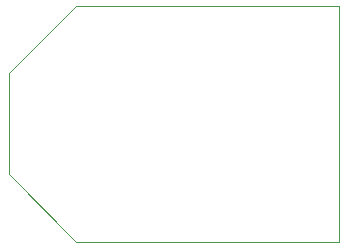
<source format=gbr>
G04 #@! TF.GenerationSoftware,KiCad,Pcbnew,(5.1.9)-1*
G04 #@! TF.CreationDate,2021-04-02T20:51:07-05:00*
G04 #@! TF.ProjectId,coax-probe,636f6178-2d70-4726-9f62-652e6b696361,rev?*
G04 #@! TF.SameCoordinates,Original*
G04 #@! TF.FileFunction,Profile,NP*
%FSLAX46Y46*%
G04 Gerber Fmt 4.6, Leading zero omitted, Abs format (unit mm)*
G04 Created by KiCad (PCBNEW (5.1.9)-1) date 2021-04-02 20:51:07*
%MOMM*%
%LPD*%
G01*
G04 APERTURE LIST*
G04 #@! TA.AperFunction,Profile*
%ADD10C,0.050000*%
G04 #@! TD*
G04 APERTURE END LIST*
D10*
X185000000Y-71000000D02*
X162700000Y-71000000D01*
X157000000Y-76700000D02*
X157000000Y-85300000D01*
X157000000Y-85300000D02*
X162700000Y-91000000D01*
X162700000Y-71000000D02*
X157000000Y-76700000D01*
X185000000Y-91000000D02*
X185000000Y-71000000D01*
X162700000Y-91000000D02*
X185000000Y-91000000D01*
M02*

</source>
